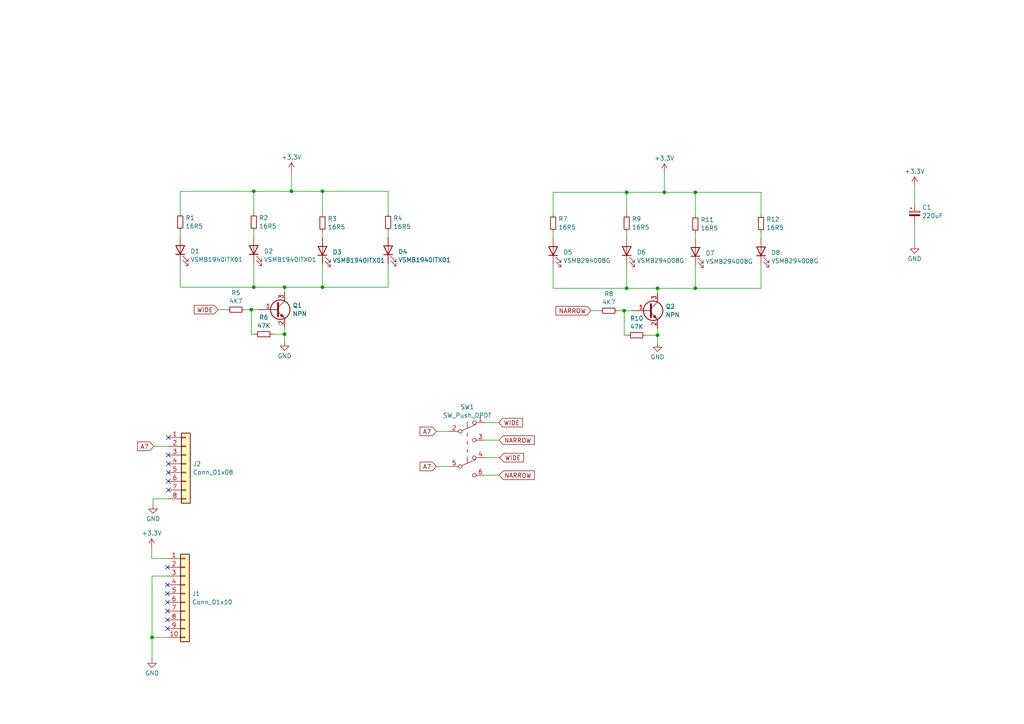
<source format=kicad_sch>
(kicad_sch (version 20230121) (generator eeschema)

  (uuid 7addba6e-6c55-4f26-8700-059f83eb7bf6)

  (paper "A4")

  (lib_symbols
    (symbol "Connector_Generic:Conn_01x08" (pin_names (offset 1.016) hide) (in_bom yes) (on_board yes)
      (property "Reference" "J" (at 0 10.16 0)
        (effects (font (size 1.27 1.27)))
      )
      (property "Value" "Conn_01x08" (at 0 -12.7 0)
        (effects (font (size 1.27 1.27)))
      )
      (property "Footprint" "" (at 0 0 0)
        (effects (font (size 1.27 1.27)) hide)
      )
      (property "Datasheet" "~" (at 0 0 0)
        (effects (font (size 1.27 1.27)) hide)
      )
      (property "ki_keywords" "connector" (at 0 0 0)
        (effects (font (size 1.27 1.27)) hide)
      )
      (property "ki_description" "Generic connector, single row, 01x08, script generated (kicad-library-utils/schlib/autogen/connector/)" (at 0 0 0)
        (effects (font (size 1.27 1.27)) hide)
      )
      (property "ki_fp_filters" "Connector*:*_1x??_*" (at 0 0 0)
        (effects (font (size 1.27 1.27)) hide)
      )
      (symbol "Conn_01x08_1_1"
        (rectangle (start -1.27 -10.033) (end 0 -10.287)
          (stroke (width 0.1524) (type default))
          (fill (type none))
        )
        (rectangle (start -1.27 -7.493) (end 0 -7.747)
          (stroke (width 0.1524) (type default))
          (fill (type none))
        )
        (rectangle (start -1.27 -4.953) (end 0 -5.207)
          (stroke (width 0.1524) (type default))
          (fill (type none))
        )
        (rectangle (start -1.27 -2.413) (end 0 -2.667)
          (stroke (width 0.1524) (type default))
          (fill (type none))
        )
        (rectangle (start -1.27 0.127) (end 0 -0.127)
          (stroke (width 0.1524) (type default))
          (fill (type none))
        )
        (rectangle (start -1.27 2.667) (end 0 2.413)
          (stroke (width 0.1524) (type default))
          (fill (type none))
        )
        (rectangle (start -1.27 5.207) (end 0 4.953)
          (stroke (width 0.1524) (type default))
          (fill (type none))
        )
        (rectangle (start -1.27 7.747) (end 0 7.493)
          (stroke (width 0.1524) (type default))
          (fill (type none))
        )
        (rectangle (start -1.27 8.89) (end 1.27 -11.43)
          (stroke (width 0.254) (type default))
          (fill (type background))
        )
        (pin passive line (at -5.08 7.62 0) (length 3.81)
          (name "Pin_1" (effects (font (size 1.27 1.27))))
          (number "1" (effects (font (size 1.27 1.27))))
        )
        (pin passive line (at -5.08 5.08 0) (length 3.81)
          (name "Pin_2" (effects (font (size 1.27 1.27))))
          (number "2" (effects (font (size 1.27 1.27))))
        )
        (pin passive line (at -5.08 2.54 0) (length 3.81)
          (name "Pin_3" (effects (font (size 1.27 1.27))))
          (number "3" (effects (font (size 1.27 1.27))))
        )
        (pin passive line (at -5.08 0 0) (length 3.81)
          (name "Pin_4" (effects (font (size 1.27 1.27))))
          (number "4" (effects (font (size 1.27 1.27))))
        )
        (pin passive line (at -5.08 -2.54 0) (length 3.81)
          (name "Pin_5" (effects (font (size 1.27 1.27))))
          (number "5" (effects (font (size 1.27 1.27))))
        )
        (pin passive line (at -5.08 -5.08 0) (length 3.81)
          (name "Pin_6" (effects (font (size 1.27 1.27))))
          (number "6" (effects (font (size 1.27 1.27))))
        )
        (pin passive line (at -5.08 -7.62 0) (length 3.81)
          (name "Pin_7" (effects (font (size 1.27 1.27))))
          (number "7" (effects (font (size 1.27 1.27))))
        )
        (pin passive line (at -5.08 -10.16 0) (length 3.81)
          (name "Pin_8" (effects (font (size 1.27 1.27))))
          (number "8" (effects (font (size 1.27 1.27))))
        )
      )
    )
    (symbol "Connector_Generic:Conn_01x10" (pin_names (offset 1.016) hide) (in_bom yes) (on_board yes)
      (property "Reference" "J" (at 0 12.7 0)
        (effects (font (size 1.27 1.27)))
      )
      (property "Value" "Conn_01x10" (at 0 -15.24 0)
        (effects (font (size 1.27 1.27)))
      )
      (property "Footprint" "" (at 0 0 0)
        (effects (font (size 1.27 1.27)) hide)
      )
      (property "Datasheet" "~" (at 0 0 0)
        (effects (font (size 1.27 1.27)) hide)
      )
      (property "ki_keywords" "connector" (at 0 0 0)
        (effects (font (size 1.27 1.27)) hide)
      )
      (property "ki_description" "Generic connector, single row, 01x10, script generated (kicad-library-utils/schlib/autogen/connector/)" (at 0 0 0)
        (effects (font (size 1.27 1.27)) hide)
      )
      (property "ki_fp_filters" "Connector*:*_1x??_*" (at 0 0 0)
        (effects (font (size 1.27 1.27)) hide)
      )
      (symbol "Conn_01x10_1_1"
        (rectangle (start -1.27 -12.573) (end 0 -12.827)
          (stroke (width 0.1524) (type default))
          (fill (type none))
        )
        (rectangle (start -1.27 -10.033) (end 0 -10.287)
          (stroke (width 0.1524) (type default))
          (fill (type none))
        )
        (rectangle (start -1.27 -7.493) (end 0 -7.747)
          (stroke (width 0.1524) (type default))
          (fill (type none))
        )
        (rectangle (start -1.27 -4.953) (end 0 -5.207)
          (stroke (width 0.1524) (type default))
          (fill (type none))
        )
        (rectangle (start -1.27 -2.413) (end 0 -2.667)
          (stroke (width 0.1524) (type default))
          (fill (type none))
        )
        (rectangle (start -1.27 0.127) (end 0 -0.127)
          (stroke (width 0.1524) (type default))
          (fill (type none))
        )
        (rectangle (start -1.27 2.667) (end 0 2.413)
          (stroke (width 0.1524) (type default))
          (fill (type none))
        )
        (rectangle (start -1.27 5.207) (end 0 4.953)
          (stroke (width 0.1524) (type default))
          (fill (type none))
        )
        (rectangle (start -1.27 7.747) (end 0 7.493)
          (stroke (width 0.1524) (type default))
          (fill (type none))
        )
        (rectangle (start -1.27 10.287) (end 0 10.033)
          (stroke (width 0.1524) (type default))
          (fill (type none))
        )
        (rectangle (start -1.27 11.43) (end 1.27 -13.97)
          (stroke (width 0.254) (type default))
          (fill (type background))
        )
        (pin passive line (at -5.08 10.16 0) (length 3.81)
          (name "Pin_1" (effects (font (size 1.27 1.27))))
          (number "1" (effects (font (size 1.27 1.27))))
        )
        (pin passive line (at -5.08 -12.7 0) (length 3.81)
          (name "Pin_10" (effects (font (size 1.27 1.27))))
          (number "10" (effects (font (size 1.27 1.27))))
        )
        (pin passive line (at -5.08 7.62 0) (length 3.81)
          (name "Pin_2" (effects (font (size 1.27 1.27))))
          (number "2" (effects (font (size 1.27 1.27))))
        )
        (pin passive line (at -5.08 5.08 0) (length 3.81)
          (name "Pin_3" (effects (font (size 1.27 1.27))))
          (number "3" (effects (font (size 1.27 1.27))))
        )
        (pin passive line (at -5.08 2.54 0) (length 3.81)
          (name "Pin_4" (effects (font (size 1.27 1.27))))
          (number "4" (effects (font (size 1.27 1.27))))
        )
        (pin passive line (at -5.08 0 0) (length 3.81)
          (name "Pin_5" (effects (font (size 1.27 1.27))))
          (number "5" (effects (font (size 1.27 1.27))))
        )
        (pin passive line (at -5.08 -2.54 0) (length 3.81)
          (name "Pin_6" (effects (font (size 1.27 1.27))))
          (number "6" (effects (font (size 1.27 1.27))))
        )
        (pin passive line (at -5.08 -5.08 0) (length 3.81)
          (name "Pin_7" (effects (font (size 1.27 1.27))))
          (number "7" (effects (font (size 1.27 1.27))))
        )
        (pin passive line (at -5.08 -7.62 0) (length 3.81)
          (name "Pin_8" (effects (font (size 1.27 1.27))))
          (number "8" (effects (font (size 1.27 1.27))))
        )
        (pin passive line (at -5.08 -10.16 0) (length 3.81)
          (name "Pin_9" (effects (font (size 1.27 1.27))))
          (number "9" (effects (font (size 1.27 1.27))))
        )
      )
    )
    (symbol "Device:C_Polarized_Small" (pin_numbers hide) (pin_names (offset 0.254) hide) (in_bom yes) (on_board yes)
      (property "Reference" "C" (at 0.254 1.778 0)
        (effects (font (size 1.27 1.27)) (justify left))
      )
      (property "Value" "C_Polarized_Small" (at 0.254 -2.032 0)
        (effects (font (size 1.27 1.27)) (justify left))
      )
      (property "Footprint" "" (at 0 0 0)
        (effects (font (size 1.27 1.27)) hide)
      )
      (property "Datasheet" "~" (at 0 0 0)
        (effects (font (size 1.27 1.27)) hide)
      )
      (property "ki_keywords" "cap capacitor" (at 0 0 0)
        (effects (font (size 1.27 1.27)) hide)
      )
      (property "ki_description" "Polarized capacitor, small symbol" (at 0 0 0)
        (effects (font (size 1.27 1.27)) hide)
      )
      (property "ki_fp_filters" "CP_*" (at 0 0 0)
        (effects (font (size 1.27 1.27)) hide)
      )
      (symbol "C_Polarized_Small_0_1"
        (rectangle (start -1.524 -0.3048) (end 1.524 -0.6858)
          (stroke (width 0) (type default))
          (fill (type outline))
        )
        (rectangle (start -1.524 0.6858) (end 1.524 0.3048)
          (stroke (width 0) (type default))
          (fill (type none))
        )
        (polyline
          (pts
            (xy -1.27 1.524)
            (xy -0.762 1.524)
          )
          (stroke (width 0) (type default))
          (fill (type none))
        )
        (polyline
          (pts
            (xy -1.016 1.27)
            (xy -1.016 1.778)
          )
          (stroke (width 0) (type default))
          (fill (type none))
        )
      )
      (symbol "C_Polarized_Small_1_1"
        (pin passive line (at 0 2.54 270) (length 1.8542)
          (name "~" (effects (font (size 1.27 1.27))))
          (number "1" (effects (font (size 1.27 1.27))))
        )
        (pin passive line (at 0 -2.54 90) (length 1.8542)
          (name "~" (effects (font (size 1.27 1.27))))
          (number "2" (effects (font (size 1.27 1.27))))
        )
      )
    )
    (symbol "Device:LED" (pin_numbers hide) (pin_names (offset 1.016) hide) (in_bom yes) (on_board yes)
      (property "Reference" "D" (at 0 2.54 0)
        (effects (font (size 1.27 1.27)))
      )
      (property "Value" "LED" (at 0 -2.54 0)
        (effects (font (size 1.27 1.27)))
      )
      (property "Footprint" "" (at 0 0 0)
        (effects (font (size 1.27 1.27)) hide)
      )
      (property "Datasheet" "~" (at 0 0 0)
        (effects (font (size 1.27 1.27)) hide)
      )
      (property "ki_keywords" "LED diode" (at 0 0 0)
        (effects (font (size 1.27 1.27)) hide)
      )
      (property "ki_description" "Light emitting diode" (at 0 0 0)
        (effects (font (size 1.27 1.27)) hide)
      )
      (property "ki_fp_filters" "LED* LED_SMD:* LED_THT:*" (at 0 0 0)
        (effects (font (size 1.27 1.27)) hide)
      )
      (symbol "LED_0_1"
        (polyline
          (pts
            (xy -1.27 -1.27)
            (xy -1.27 1.27)
          )
          (stroke (width 0.254) (type default))
          (fill (type none))
        )
        (polyline
          (pts
            (xy -1.27 0)
            (xy 1.27 0)
          )
          (stroke (width 0) (type default))
          (fill (type none))
        )
        (polyline
          (pts
            (xy 1.27 -1.27)
            (xy 1.27 1.27)
            (xy -1.27 0)
            (xy 1.27 -1.27)
          )
          (stroke (width 0.254) (type default))
          (fill (type none))
        )
        (polyline
          (pts
            (xy -3.048 -0.762)
            (xy -4.572 -2.286)
            (xy -3.81 -2.286)
            (xy -4.572 -2.286)
            (xy -4.572 -1.524)
          )
          (stroke (width 0) (type default))
          (fill (type none))
        )
        (polyline
          (pts
            (xy -1.778 -0.762)
            (xy -3.302 -2.286)
            (xy -2.54 -2.286)
            (xy -3.302 -2.286)
            (xy -3.302 -1.524)
          )
          (stroke (width 0) (type default))
          (fill (type none))
        )
      )
      (symbol "LED_1_1"
        (pin passive line (at -3.81 0 0) (length 2.54)
          (name "K" (effects (font (size 1.27 1.27))))
          (number "1" (effects (font (size 1.27 1.27))))
        )
        (pin passive line (at 3.81 0 180) (length 2.54)
          (name "A" (effects (font (size 1.27 1.27))))
          (number "2" (effects (font (size 1.27 1.27))))
        )
      )
    )
    (symbol "Device:Q_NPN_BEC" (pin_names (offset 0) hide) (in_bom yes) (on_board yes)
      (property "Reference" "Q" (at 5.08 1.27 0)
        (effects (font (size 1.27 1.27)) (justify left))
      )
      (property "Value" "Q_NPN_BEC" (at 5.08 -1.27 0)
        (effects (font (size 1.27 1.27)) (justify left))
      )
      (property "Footprint" "" (at 5.08 2.54 0)
        (effects (font (size 1.27 1.27)) hide)
      )
      (property "Datasheet" "~" (at 0 0 0)
        (effects (font (size 1.27 1.27)) hide)
      )
      (property "ki_keywords" "transistor NPN" (at 0 0 0)
        (effects (font (size 1.27 1.27)) hide)
      )
      (property "ki_description" "NPN transistor, base/emitter/collector" (at 0 0 0)
        (effects (font (size 1.27 1.27)) hide)
      )
      (symbol "Q_NPN_BEC_0_1"
        (polyline
          (pts
            (xy 0.635 0.635)
            (xy 2.54 2.54)
          )
          (stroke (width 0) (type default))
          (fill (type none))
        )
        (polyline
          (pts
            (xy 0.635 -0.635)
            (xy 2.54 -2.54)
            (xy 2.54 -2.54)
          )
          (stroke (width 0) (type default))
          (fill (type none))
        )
        (polyline
          (pts
            (xy 0.635 1.905)
            (xy 0.635 -1.905)
            (xy 0.635 -1.905)
          )
          (stroke (width 0.508) (type default))
          (fill (type none))
        )
        (polyline
          (pts
            (xy 1.27 -1.778)
            (xy 1.778 -1.27)
            (xy 2.286 -2.286)
            (xy 1.27 -1.778)
            (xy 1.27 -1.778)
          )
          (stroke (width 0) (type default))
          (fill (type outline))
        )
        (circle (center 1.27 0) (radius 2.8194)
          (stroke (width 0.254) (type default))
          (fill (type none))
        )
      )
      (symbol "Q_NPN_BEC_1_1"
        (pin input line (at -5.08 0 0) (length 5.715)
          (name "B" (effects (font (size 1.27 1.27))))
          (number "1" (effects (font (size 1.27 1.27))))
        )
        (pin passive line (at 2.54 -5.08 90) (length 2.54)
          (name "E" (effects (font (size 1.27 1.27))))
          (number "2" (effects (font (size 1.27 1.27))))
        )
        (pin passive line (at 2.54 5.08 270) (length 2.54)
          (name "C" (effects (font (size 1.27 1.27))))
          (number "3" (effects (font (size 1.27 1.27))))
        )
      )
    )
    (symbol "Device:R_Small" (pin_numbers hide) (pin_names (offset 0.254) hide) (in_bom yes) (on_board yes)
      (property "Reference" "R" (at 0.762 0.508 0)
        (effects (font (size 1.27 1.27)) (justify left))
      )
      (property "Value" "R_Small" (at 0.762 -1.016 0)
        (effects (font (size 1.27 1.27)) (justify left))
      )
      (property "Footprint" "" (at 0 0 0)
        (effects (font (size 1.27 1.27)) hide)
      )
      (property "Datasheet" "~" (at 0 0 0)
        (effects (font (size 1.27 1.27)) hide)
      )
      (property "ki_keywords" "R resistor" (at 0 0 0)
        (effects (font (size 1.27 1.27)) hide)
      )
      (property "ki_description" "Resistor, small symbol" (at 0 0 0)
        (effects (font (size 1.27 1.27)) hide)
      )
      (property "ki_fp_filters" "R_*" (at 0 0 0)
        (effects (font (size 1.27 1.27)) hide)
      )
      (symbol "R_Small_0_1"
        (rectangle (start -0.762 1.778) (end 0.762 -1.778)
          (stroke (width 0.2032) (type default))
          (fill (type none))
        )
      )
      (symbol "R_Small_1_1"
        (pin passive line (at 0 2.54 270) (length 0.762)
          (name "~" (effects (font (size 1.27 1.27))))
          (number "1" (effects (font (size 1.27 1.27))))
        )
        (pin passive line (at 0 -2.54 90) (length 0.762)
          (name "~" (effects (font (size 1.27 1.27))))
          (number "2" (effects (font (size 1.27 1.27))))
        )
      )
    )
    (symbol "Switch:SW_Push_DPDT" (pin_names (offset 0) hide) (in_bom yes) (on_board yes)
      (property "Reference" "SW" (at 0 8.89 0)
        (effects (font (size 1.27 1.27)))
      )
      (property "Value" "SW_Push_DPDT" (at 0 -10.16 0)
        (effects (font (size 1.27 1.27)))
      )
      (property "Footprint" "" (at 0 5.08 0)
        (effects (font (size 1.27 1.27)) hide)
      )
      (property "Datasheet" "~" (at 0 5.08 0)
        (effects (font (size 1.27 1.27)) hide)
      )
      (property "ki_keywords" "switch dual-pole double-throw spdt ON-ON" (at 0 0 0)
        (effects (font (size 1.27 1.27)) hide)
      )
      (property "ki_description" "Momentary Switch, dual pole double throw" (at 0 0 0)
        (effects (font (size 1.27 1.27)) hide)
      )
      (symbol "SW_Push_DPDT_0_0"
        (circle (center -2.032 -5.08) (radius 0.508)
          (stroke (width 0) (type default))
          (fill (type none))
        )
        (circle (center -2.032 5.08) (radius 0.508)
          (stroke (width 0) (type default))
          (fill (type none))
        )
        (circle (center 2.032 -7.62) (radius 0.508)
          (stroke (width 0) (type default))
          (fill (type none))
        )
        (circle (center 2.032 2.54) (radius 0.508)
          (stroke (width 0) (type default))
          (fill (type none))
        )
      )
      (symbol "SW_Push_DPDT_0_1"
        (polyline
          (pts
            (xy -1.524 -4.826)
            (xy 2.54 -3.048)
          )
          (stroke (width 0) (type default))
          (fill (type none))
        )
        (polyline
          (pts
            (xy -1.524 5.334)
            (xy 2.54 7.112)
          )
          (stroke (width 0) (type default))
          (fill (type none))
        )
        (polyline
          (pts
            (xy 0 -2.286)
            (xy 0 -4.064)
          )
          (stroke (width 0) (type default))
          (fill (type none))
        )
        (polyline
          (pts
            (xy 0 -1.016)
            (xy 0 0)
          )
          (stroke (width 0) (type default))
          (fill (type none))
        )
        (polyline
          (pts
            (xy 0 1.27)
            (xy 0 2.286)
          )
          (stroke (width 0) (type default))
          (fill (type none))
        )
        (polyline
          (pts
            (xy 0 3.556)
            (xy 0 4.572)
          )
          (stroke (width 0) (type default))
          (fill (type none))
        )
        (polyline
          (pts
            (xy 0 7.874)
            (xy 0 6.096)
          )
          (stroke (width 0) (type default))
          (fill (type none))
        )
        (circle (center 2.032 -2.54) (radius 0.508)
          (stroke (width 0) (type default))
          (fill (type none))
        )
        (circle (center 2.032 7.62) (radius 0.508)
          (stroke (width 0) (type default))
          (fill (type none))
        )
      )
      (symbol "SW_Push_DPDT_1_1"
        (pin passive line (at 5.08 7.62 180) (length 2.54)
          (name "A" (effects (font (size 1.27 1.27))))
          (number "1" (effects (font (size 1.27 1.27))))
        )
        (pin passive line (at -5.08 5.08 0) (length 2.54)
          (name "B" (effects (font (size 1.27 1.27))))
          (number "2" (effects (font (size 1.27 1.27))))
        )
        (pin passive line (at 5.08 2.54 180) (length 2.54)
          (name "C" (effects (font (size 1.27 1.27))))
          (number "3" (effects (font (size 1.27 1.27))))
        )
        (pin passive line (at 5.08 -2.54 180) (length 2.54)
          (name "A" (effects (font (size 1.27 1.27))))
          (number "4" (effects (font (size 1.27 1.27))))
        )
        (pin passive line (at -5.08 -5.08 0) (length 2.54)
          (name "B" (effects (font (size 1.27 1.27))))
          (number "5" (effects (font (size 1.27 1.27))))
        )
        (pin passive line (at 5.08 -7.62 180) (length 2.54)
          (name "C" (effects (font (size 1.27 1.27))))
          (number "6" (effects (font (size 1.27 1.27))))
        )
      )
    )
    (symbol "power:+3.3V" (power) (pin_names (offset 0)) (in_bom yes) (on_board yes)
      (property "Reference" "#PWR" (at 0 -3.81 0)
        (effects (font (size 1.27 1.27)) hide)
      )
      (property "Value" "+3.3V" (at 0 3.556 0)
        (effects (font (size 1.27 1.27)))
      )
      (property "Footprint" "" (at 0 0 0)
        (effects (font (size 1.27 1.27)) hide)
      )
      (property "Datasheet" "" (at 0 0 0)
        (effects (font (size 1.27 1.27)) hide)
      )
      (property "ki_keywords" "global power" (at 0 0 0)
        (effects (font (size 1.27 1.27)) hide)
      )
      (property "ki_description" "Power symbol creates a global label with name \"+3.3V\"" (at 0 0 0)
        (effects (font (size 1.27 1.27)) hide)
      )
      (symbol "+3.3V_0_1"
        (polyline
          (pts
            (xy -0.762 1.27)
            (xy 0 2.54)
          )
          (stroke (width 0) (type default))
          (fill (type none))
        )
        (polyline
          (pts
            (xy 0 0)
            (xy 0 2.54)
          )
          (stroke (width 0) (type default))
          (fill (type none))
        )
        (polyline
          (pts
            (xy 0 2.54)
            (xy 0.762 1.27)
          )
          (stroke (width 0) (type default))
          (fill (type none))
        )
      )
      (symbol "+3.3V_1_1"
        (pin power_in line (at 0 0 90) (length 0) hide
          (name "+3.3V" (effects (font (size 1.27 1.27))))
          (number "1" (effects (font (size 1.27 1.27))))
        )
      )
    )
    (symbol "power:GND" (power) (pin_names (offset 0)) (in_bom yes) (on_board yes)
      (property "Reference" "#PWR" (at 0 -6.35 0)
        (effects (font (size 1.27 1.27)) hide)
      )
      (property "Value" "GND" (at 0 -3.81 0)
        (effects (font (size 1.27 1.27)))
      )
      (property "Footprint" "" (at 0 0 0)
        (effects (font (size 1.27 1.27)) hide)
      )
      (property "Datasheet" "" (at 0 0 0)
        (effects (font (size 1.27 1.27)) hide)
      )
      (property "ki_keywords" "global power" (at 0 0 0)
        (effects (font (size 1.27 1.27)) hide)
      )
      (property "ki_description" "Power symbol creates a global label with name \"GND\" , ground" (at 0 0 0)
        (effects (font (size 1.27 1.27)) hide)
      )
      (symbol "GND_0_1"
        (polyline
          (pts
            (xy 0 0)
            (xy 0 -1.27)
            (xy 1.27 -1.27)
            (xy 0 -2.54)
            (xy -1.27 -1.27)
            (xy 0 -1.27)
          )
          (stroke (width 0) (type default))
          (fill (type none))
        )
      )
      (symbol "GND_1_1"
        (pin power_in line (at 0 0 270) (length 0) hide
          (name "GND" (effects (font (size 1.27 1.27))))
          (number "1" (effects (font (size 1.27 1.27))))
        )
      )
    )
  )

  (junction (at 73.6092 83.312) (diameter 0) (color 0 0 0 0)
    (uuid 131ce181-6abe-4757-bb44-bd4850d29cff)
  )
  (junction (at 192.6844 55.7784) (diameter 0) (color 0 0 0 0)
    (uuid 16688053-5742-45a0-9869-076f46472252)
  )
  (junction (at 93.5228 83.312) (diameter 0) (color 0 0 0 0)
    (uuid 4096f0ae-5f7e-429a-83cc-ecc7febd2fc7)
  )
  (junction (at 201.676 55.7784) (diameter 0) (color 0 0 0 0)
    (uuid 66447296-9670-4d14-a2b7-ab93d4c3b9dd)
  )
  (junction (at 73.6092 55.4736) (diameter 0) (color 0 0 0 0)
    (uuid 81c27148-e5b3-4ec2-8c3a-39be4528f1a3)
  )
  (junction (at 181.7624 83.6168) (diameter 0) (color 0 0 0 0)
    (uuid 84c4b62f-2df8-44f5-92d6-c99d87a81628)
  )
  (junction (at 82.55 83.312) (diameter 0) (color 0 0 0 0)
    (uuid 91fa3a0c-2e25-4550-a9f3-47c83da1d800)
  )
  (junction (at 190.7032 83.6168) (diameter 0) (color 0 0 0 0)
    (uuid 9e997398-4ba7-4460-909a-d9fe60c621e0)
  )
  (junction (at 44.0944 184.8612) (diameter 0) (color 0 0 0 0)
    (uuid a02f6dbf-b87f-4488-ad0f-f081af3c67fb)
  )
  (junction (at 93.5228 55.4736) (diameter 0) (color 0 0 0 0)
    (uuid a8a9f7b6-faf3-4566-87b1-8c412a682475)
  )
  (junction (at 201.676 83.6168) (diameter 0) (color 0 0 0 0)
    (uuid ad8c420f-df1b-42a7-8173-ddfac1168b78)
  )
  (junction (at 181.0512 90.1192) (diameter 0) (color 0 0 0 0)
    (uuid bbcd5220-6a02-41dc-98ec-00deaa7e64a5)
  )
  (junction (at 181.7624 55.7784) (diameter 0) (color 0 0 0 0)
    (uuid bdce2b94-d01f-4619-b650-b66ca7f47df5)
  )
  (junction (at 190.7032 97.2312) (diameter 0) (color 0 0 0 0)
    (uuid d52f9d40-6e80-47c1-aa04-4a8147317174)
  )
  (junction (at 72.898 89.8144) (diameter 0) (color 0 0 0 0)
    (uuid eb607df3-47ee-4883-a774-8dc26a1b369c)
  )
  (junction (at 84.5312 55.4736) (diameter 0) (color 0 0 0 0)
    (uuid f0964fd6-5436-4f6a-8e4c-7cf877c164b6)
  )
  (junction (at 82.55 96.9264) (diameter 0) (color 0 0 0 0)
    (uuid f364863d-82df-401f-8dd4-ec06ae85aca0)
  )

  (no_connect (at 48.5648 169.6212) (uuid 07646a68-e968-47c0-bbd4-8c124b71c6f4))
  (no_connect (at 48.8188 139.5984) (uuid 3e4b374a-cc82-4885-8252-0d18ee48d295))
  (no_connect (at 48.5648 177.2412) (uuid 4355d3ee-7756-412a-a573-1cae7b48c0df))
  (no_connect (at 48.8188 126.8984) (uuid 4707d384-7e32-4878-af1d-0079269fadae))
  (no_connect (at 48.5648 164.5412) (uuid 79951da1-1417-401b-872e-0578912b675f))
  (no_connect (at 48.8188 137.0584) (uuid 97fba688-65fc-4472-90f2-2c06fd9877e5))
  (no_connect (at 48.5648 179.7812) (uuid a6316284-b9ca-4fef-bd14-a5f125a7e4fe))
  (no_connect (at 48.5648 182.3212) (uuid acd6a460-9cca-4733-8a7f-1fb3434ac6d8))
  (no_connect (at 48.5648 172.1612) (uuid cd71b5ff-8b3f-47ac-8783-d6bb3a2444b2))
  (no_connect (at 48.8188 134.5184) (uuid cf6bf4f8-7592-4c1c-8050-bf54e3b33b26))
  (no_connect (at 48.5648 174.7012) (uuid dc312adb-e11a-4811-8754-04939509e4e5))
  (no_connect (at 48.8188 131.9784) (uuid e8ff333a-a0ca-418d-9e29-7a50f5543639))
  (no_connect (at 48.8188 142.1384) (uuid ef24ca7a-5ef3-48da-ab03-d3040cc2e728))

  (wire (pts (xy 93.5228 83.312) (xy 112.5728 83.312))
    (stroke (width 0) (type default))
    (uuid 01984cdd-62d0-4745-a25b-1f15aa909821)
  )
  (wire (pts (xy 201.676 55.7784) (xy 220.726 55.7784))
    (stroke (width 0) (type default))
    (uuid 01aa4371-2a47-413d-937a-a4ab5a00c22b)
  )
  (wire (pts (xy 160.4264 67.2592) (xy 160.4264 68.9864))
    (stroke (width 0) (type default))
    (uuid 037ff760-e071-4c31-8492-a052ee005b41)
  )
  (wire (pts (xy 181.7624 55.7784) (xy 192.6844 55.7784))
    (stroke (width 0) (type default))
    (uuid 05876ee7-c07c-4220-8ca9-f662e8a42975)
  )
  (wire (pts (xy 190.7032 95.1992) (xy 190.7032 97.2312))
    (stroke (width 0) (type default))
    (uuid 07dc3284-03fc-40fd-922b-1243c833739f)
  )
  (wire (pts (xy 82.55 83.312) (xy 93.5228 83.312))
    (stroke (width 0) (type default))
    (uuid 0fce1ca2-4b64-463d-b7ec-5c4881fdd04c)
  )
  (wire (pts (xy 44.0944 184.8612) (xy 48.5648 184.8612))
    (stroke (width 0) (type default))
    (uuid 138bfa3c-e9af-4e09-a643-0ed9d799492a)
  )
  (wire (pts (xy 112.5728 55.4736) (xy 112.5728 61.976))
    (stroke (width 0) (type default))
    (uuid 16725fd2-ccd1-4499-b19b-050c9d375c84)
  )
  (wire (pts (xy 73.9648 96.9264) (xy 72.898 96.9264))
    (stroke (width 0) (type default))
    (uuid 1bd7ccc1-053d-4363-b8fe-533493eee08f)
  )
  (wire (pts (xy 179.1208 90.1192) (xy 181.0512 90.1192))
    (stroke (width 0) (type default))
    (uuid 1d035ea0-e84b-432f-8fc2-bc50bfee6c25)
  )
  (wire (pts (xy 52.2732 55.4736) (xy 73.6092 55.4736))
    (stroke (width 0) (type default))
    (uuid 200d3edf-7548-444d-81f6-c57319e60650)
  )
  (wire (pts (xy 171.3992 90.1192) (xy 174.0408 90.1192))
    (stroke (width 0) (type default))
    (uuid 20cac38d-bd29-40b7-be2d-e3134717cb32)
  )
  (wire (pts (xy 82.55 96.9264) (xy 82.55 99.1108))
    (stroke (width 0) (type default))
    (uuid 29854a8d-f915-4b1d-a841-936edfd5d51b)
  )
  (wire (pts (xy 73.6092 83.312) (xy 82.55 83.312))
    (stroke (width 0) (type default))
    (uuid 2b0a31ee-03ab-42b8-a9b4-522c6c2e4b97)
  )
  (wire (pts (xy 160.4264 55.7784) (xy 181.7624 55.7784))
    (stroke (width 0) (type default))
    (uuid 2d937fd1-1941-4485-a006-9fb1140f7a3e)
  )
  (wire (pts (xy 48.5648 162.0012) (xy 43.9928 162.0012))
    (stroke (width 0) (type default))
    (uuid 2e1a16f2-b990-43b2-8e2d-71629e240043)
  )
  (wire (pts (xy 63.246 89.8144) (xy 65.8876 89.8144))
    (stroke (width 0) (type default))
    (uuid 300d0a50-c197-44ec-8beb-fc9cbc260d7f)
  )
  (wire (pts (xy 126.5428 135.2804) (xy 130.4544 135.2804))
    (stroke (width 0) (type default))
    (uuid 376b6946-77bc-4d25-a405-37dbfbd903c3)
  )
  (wire (pts (xy 181.7624 76.6064) (xy 181.7624 83.6168))
    (stroke (width 0) (type default))
    (uuid 38ad5c3c-07c1-44ff-83a2-987457cf97e8)
  )
  (wire (pts (xy 220.726 55.7784) (xy 220.726 62.2808))
    (stroke (width 0) (type default))
    (uuid 3987ee04-cbe7-4a60-9298-f70872029da2)
  )
  (wire (pts (xy 140.6144 122.5804) (xy 144.6784 122.5804))
    (stroke (width 0) (type default))
    (uuid 3c6115fe-b051-4f22-a28b-913322360719)
  )
  (wire (pts (xy 93.5228 67.2084) (xy 93.5228 68.9356))
    (stroke (width 0) (type default))
    (uuid 3e51db65-4bd7-4bac-a93c-c71203d33dae)
  )
  (wire (pts (xy 182.118 97.2312) (xy 181.0512 97.2312))
    (stroke (width 0) (type default))
    (uuid 41d5aa93-6207-4ae3-a0c4-db28d9f5b858)
  )
  (wire (pts (xy 181.7624 55.7784) (xy 181.7624 62.1792))
    (stroke (width 0) (type default))
    (uuid 4ba8e6b0-c575-4cfd-9344-019b71535aab)
  )
  (wire (pts (xy 140.6144 137.8204) (xy 144.8308 137.8204))
    (stroke (width 0) (type default))
    (uuid 4e678d64-4ef1-470c-ae5b-cc8b7dadd240)
  )
  (wire (pts (xy 79.0448 96.9264) (xy 82.55 96.9264))
    (stroke (width 0) (type default))
    (uuid 508bffeb-f368-4fb4-a619-8d28baa15aa3)
  )
  (wire (pts (xy 201.676 76.8604) (xy 201.676 83.6168))
    (stroke (width 0) (type default))
    (uuid 52d870f1-7c5c-4632-8548-8d4c045e72cd)
  )
  (wire (pts (xy 72.898 96.9264) (xy 72.898 89.8144))
    (stroke (width 0) (type default))
    (uuid 561876b1-74d9-4464-9283-859ef8b3794b)
  )
  (wire (pts (xy 160.4264 62.1792) (xy 160.4264 55.7784))
    (stroke (width 0) (type default))
    (uuid 5ab821e2-b921-4d68-903b-402471de2c61)
  )
  (wire (pts (xy 220.726 83.6168) (xy 220.726 76.708))
    (stroke (width 0) (type default))
    (uuid 621e9ad8-cb74-438f-8fcc-2c5c8d355f49)
  )
  (wire (pts (xy 190.7032 83.6168) (xy 201.676 83.6168))
    (stroke (width 0) (type default))
    (uuid 62a78fe9-c5cc-4590-ab25-805453705232)
  )
  (wire (pts (xy 140.6144 127.6604) (xy 144.78 127.6604))
    (stroke (width 0) (type default))
    (uuid 63a51325-f328-4c3e-a407-9a0669bae2ab)
  )
  (wire (pts (xy 140.6144 132.7404) (xy 144.9832 132.7404))
    (stroke (width 0) (type default))
    (uuid 644b2abc-f388-4169-8869-e51d98b53e62)
  )
  (wire (pts (xy 112.5728 67.056) (xy 112.5728 68.7832))
    (stroke (width 0) (type default))
    (uuid 64a4c97e-833d-4840-886a-41c0232f3877)
  )
  (wire (pts (xy 84.5312 55.4736) (xy 93.5228 55.4736))
    (stroke (width 0) (type default))
    (uuid 68fb3405-5bac-4460-810f-fa9a408efcf2)
  )
  (wire (pts (xy 73.6092 55.4736) (xy 84.5312 55.4736))
    (stroke (width 0) (type default))
    (uuid 6a57a9ee-9cf5-4bc4-ac51-613f05dde168)
  )
  (wire (pts (xy 93.5228 76.5556) (xy 93.5228 83.312))
    (stroke (width 0) (type default))
    (uuid 6af71c11-d048-49ea-b46f-f5111f93f70b)
  )
  (wire (pts (xy 52.2732 76.3016) (xy 52.2732 83.312))
    (stroke (width 0) (type default))
    (uuid 6b6ddcb0-997b-4877-8af2-b7b8a01ab35b)
  )
  (wire (pts (xy 192.6844 55.7784) (xy 201.676 55.7784))
    (stroke (width 0) (type default))
    (uuid 71951a23-2285-4c78-81b3-104abd242a8e)
  )
  (wire (pts (xy 265.2776 53.848) (xy 265.2776 59.3852))
    (stroke (width 0) (type default))
    (uuid 75724ca9-768a-4d82-af58-b801ec837f01)
  )
  (wire (pts (xy 70.9676 89.8144) (xy 72.898 89.8144))
    (stroke (width 0) (type default))
    (uuid 77e68456-4538-4f58-8770-b5ce4a8a320a)
  )
  (wire (pts (xy 160.4264 76.6064) (xy 160.4264 83.6168))
    (stroke (width 0) (type default))
    (uuid 81b781bd-2651-427f-8cd5-a2818d41d0bf)
  )
  (wire (pts (xy 190.7032 97.2312) (xy 190.7032 99.4156))
    (stroke (width 0) (type default))
    (uuid 8bd2b807-2f64-4b15-94e7-4a114b72f658)
  )
  (wire (pts (xy 181.0512 97.2312) (xy 181.0512 90.1192))
    (stroke (width 0) (type default))
    (uuid 92a60eab-6187-4bed-80e1-92d53a053a82)
  )
  (wire (pts (xy 44.6024 129.4384) (xy 48.8188 129.4384))
    (stroke (width 0) (type default))
    (uuid 93640fbd-fbce-4425-a0fc-c518166cbc73)
  )
  (wire (pts (xy 112.5728 83.312) (xy 112.5728 76.4032))
    (stroke (width 0) (type default))
    (uuid 9d842d51-dd2d-4565-b49c-0b594d4983f9)
  )
  (wire (pts (xy 73.6092 66.9544) (xy 73.6092 68.6816))
    (stroke (width 0) (type default))
    (uuid 9f5d60ca-b334-4d2b-ae7c-5bea3ffae5e6)
  )
  (wire (pts (xy 48.5648 167.0812) (xy 44.0944 167.0812))
    (stroke (width 0) (type default))
    (uuid 9fd098c9-dd1b-4f98-ba7c-1752b2fe714e)
  )
  (wire (pts (xy 73.6092 76.3016) (xy 73.6092 83.312))
    (stroke (width 0) (type default))
    (uuid a6499f08-7ac9-4b46-8543-66c3eb337dd3)
  )
  (wire (pts (xy 82.55 83.312) (xy 82.55 84.7344))
    (stroke (width 0) (type default))
    (uuid a697a193-3fea-4e61-9efb-f34fc0099aa3)
  )
  (wire (pts (xy 126.5428 125.1204) (xy 130.4544 125.1204))
    (stroke (width 0) (type default))
    (uuid a69c5685-2019-4b24-9aca-3137fd749df8)
  )
  (wire (pts (xy 192.6844 50.038) (xy 192.6844 55.7784))
    (stroke (width 0) (type default))
    (uuid aa10f6d6-8b92-4840-ab87-9d4402055a8c)
  )
  (wire (pts (xy 44.0944 184.8612) (xy 44.0944 191.1096))
    (stroke (width 0) (type default))
    (uuid b1fd04ad-ac3c-4c1f-9e3d-c986ce2f69eb)
  )
  (wire (pts (xy 201.676 55.7784) (xy 201.676 62.4332))
    (stroke (width 0) (type default))
    (uuid b21c9798-55b1-4171-ba0f-c842ac42cd15)
  )
  (wire (pts (xy 181.7624 83.6168) (xy 190.7032 83.6168))
    (stroke (width 0) (type default))
    (uuid b8dd4609-6e3d-46e5-b976-186893acdd9f)
  )
  (wire (pts (xy 72.898 89.8144) (xy 74.93 89.8144))
    (stroke (width 0) (type default))
    (uuid c4a31b79-1291-4d9d-aaf5-06b743d6d3b7)
  )
  (wire (pts (xy 201.676 83.6168) (xy 220.726 83.6168))
    (stroke (width 0) (type default))
    (uuid c955193e-5add-4b71-9b03-dca561036c5f)
  )
  (wire (pts (xy 44.0944 167.0812) (xy 44.0944 184.8612))
    (stroke (width 0) (type default))
    (uuid c98c1cda-39ac-4b83-af42-13fc3ce685a0)
  )
  (wire (pts (xy 52.2732 83.312) (xy 73.6092 83.312))
    (stroke (width 0) (type default))
    (uuid ca39d61a-8ac3-46e8-915f-a20093010838)
  )
  (wire (pts (xy 181.0512 90.1192) (xy 183.0832 90.1192))
    (stroke (width 0) (type default))
    (uuid ca501ce4-2d43-49c1-bc87-ed642d8ccb09)
  )
  (wire (pts (xy 44.3992 144.6784) (xy 44.3992 146.3548))
    (stroke (width 0) (type default))
    (uuid cc810a9a-64c1-42b2-aa85-055d074ccac9)
  )
  (wire (pts (xy 82.55 94.8944) (xy 82.55 96.9264))
    (stroke (width 0) (type default))
    (uuid ccfa8cab-9646-4d82-bd04-171c80298b05)
  )
  (wire (pts (xy 187.198 97.2312) (xy 190.7032 97.2312))
    (stroke (width 0) (type default))
    (uuid cd514178-bdd9-46e3-bc95-52110151cb9e)
  )
  (wire (pts (xy 84.5312 49.7332) (xy 84.5312 55.4736))
    (stroke (width 0) (type default))
    (uuid d29c2773-0a46-45a9-83d0-2013a803198a)
  )
  (wire (pts (xy 265.2776 64.4652) (xy 265.2776 70.9168))
    (stroke (width 0) (type default))
    (uuid d4cb1e5d-2225-4c86-86dd-8c6161239dbf)
  )
  (wire (pts (xy 220.726 67.3608) (xy 220.726 69.088))
    (stroke (width 0) (type default))
    (uuid d78db546-fe8e-47b6-9df0-a2e61dbdb38f)
  )
  (wire (pts (xy 73.6092 55.4736) (xy 73.6092 61.8744))
    (stroke (width 0) (type default))
    (uuid d7fad613-0878-42ff-8dd7-c038f29fce29)
  )
  (wire (pts (xy 181.7624 67.2592) (xy 181.7624 68.9864))
    (stroke (width 0) (type default))
    (uuid d886e729-33a5-4c9d-8443-c9f2091b969b)
  )
  (wire (pts (xy 52.2732 61.8744) (xy 52.2732 55.4736))
    (stroke (width 0) (type default))
    (uuid db5f9f10-1d46-4214-bb3b-e5bb9ad7da2b)
  )
  (wire (pts (xy 48.8188 144.6784) (xy 44.3992 144.6784))
    (stroke (width 0) (type default))
    (uuid dbb4e1db-3b12-4aa2-9d42-83271e63140d)
  )
  (wire (pts (xy 43.9928 162.0012) (xy 43.9928 158.8008))
    (stroke (width 0) (type default))
    (uuid dd7fe198-f3c3-4d65-bbae-6bc0b520b9d0)
  )
  (wire (pts (xy 160.4264 83.6168) (xy 181.7624 83.6168))
    (stroke (width 0) (type default))
    (uuid e8277c7c-a1b3-454f-9034-92149a6350cd)
  )
  (wire (pts (xy 201.676 67.5132) (xy 201.676 69.2404))
    (stroke (width 0) (type default))
    (uuid e9c2881c-a4d8-49da-9f13-015a317722b2)
  )
  (wire (pts (xy 93.5228 55.4736) (xy 112.5728 55.4736))
    (stroke (width 0) (type default))
    (uuid ee5fca11-61f8-44d6-b295-49fd842431d1)
  )
  (wire (pts (xy 190.7032 83.6168) (xy 190.7032 85.0392))
    (stroke (width 0) (type default))
    (uuid ef0becf2-e70d-46a2-8a19-200d7b26e037)
  )
  (wire (pts (xy 52.2732 66.9544) (xy 52.2732 68.6816))
    (stroke (width 0) (type default))
    (uuid f7b23f4e-f089-4938-af09-07069818e8a8)
  )
  (wire (pts (xy 93.5228 55.4736) (xy 93.5228 62.1284))
    (stroke (width 0) (type default))
    (uuid f9e41a54-ed2a-4971-b102-61a1942bab79)
  )

  (global_label "NARROW" (shape input) (at 144.8308 137.8204 0) (fields_autoplaced)
    (effects (font (size 1.27 1.27)) (justify left))
    (uuid 0122bc4a-1ecc-4a70-a4c9-c345d21b442e)
    (property "Intersheetrefs" "${INTERSHEET_REFS}" (at 155.557 137.8204 0)
      (effects (font (size 1.27 1.27)) (justify left) hide)
    )
  )
  (global_label "NARROW" (shape input) (at 144.78 127.6604 0) (fields_autoplaced)
    (effects (font (size 1.27 1.27)) (justify left))
    (uuid 1e740c62-8077-4a4a-8598-9937978dcfa6)
    (property "Intersheetrefs" "${INTERSHEET_REFS}" (at 155.5062 127.6604 0)
      (effects (font (size 1.27 1.27)) (justify left) hide)
    )
  )
  (global_label "NARROW" (shape input) (at 171.3992 90.1192 180) (fields_autoplaced)
    (effects (font (size 1.27 1.27)) (justify right))
    (uuid 353a19f6-d959-497c-87fa-4372683da5c3)
    (property "Intersheetrefs" "${INTERSHEET_REFS}" (at 160.673 90.1192 0)
      (effects (font (size 1.27 1.27)) (justify right) hide)
    )
  )
  (global_label "A7" (shape input) (at 44.6024 129.4384 180) (fields_autoplaced)
    (effects (font (size 1.27 1.27)) (justify right))
    (uuid 4171d965-8ea5-4b1b-a17b-191a70915482)
    (property "Intersheetrefs" "${INTERSHEET_REFS}" (at 39.3191 129.4384 0)
      (effects (font (size 1.27 1.27)) (justify right) hide)
    )
  )
  (global_label "WIDE" (shape input) (at 144.6784 122.5804 0) (fields_autoplaced)
    (effects (font (size 1.27 1.27)) (justify left))
    (uuid 4e518fa1-c11b-475e-90ce-85f0a6bf6057)
    (property "Intersheetrefs" "${INTERSHEET_REFS}" (at 152.1388 122.5804 0)
      (effects (font (size 1.27 1.27)) (justify left) hide)
    )
  )
  (global_label "WIDE" (shape input) (at 63.246 89.8144 180) (fields_autoplaced)
    (effects (font (size 1.27 1.27)) (justify right))
    (uuid 62cdfe81-beb9-41f4-83e8-75e24f8fd01e)
    (property "Intersheetrefs" "${INTERSHEET_REFS}" (at 55.7856 89.8144 0)
      (effects (font (size 1.27 1.27)) (justify right) hide)
    )
  )
  (global_label "WIDE" (shape input) (at 144.9832 132.7404 0) (fields_autoplaced)
    (effects (font (size 1.27 1.27)) (justify left))
    (uuid 726b0541-1cda-4e51-8c86-69d5a3005c0f)
    (property "Intersheetrefs" "${INTERSHEET_REFS}" (at 152.4436 132.7404 0)
      (effects (font (size 1.27 1.27)) (justify left) hide)
    )
  )
  (global_label "A7" (shape input) (at 126.5428 125.1204 180) (fields_autoplaced)
    (effects (font (size 1.27 1.27)) (justify right))
    (uuid 9bc7c599-3706-48a9-9691-f216bfa26f65)
    (property "Intersheetrefs" "${INTERSHEET_REFS}" (at 121.2595 125.1204 0)
      (effects (font (size 1.27 1.27)) (justify right) hide)
    )
  )
  (global_label "A7" (shape input) (at 126.5428 135.2804 180) (fields_autoplaced)
    (effects (font (size 1.27 1.27)) (justify right))
    (uuid a36f3f78-5402-4b21-a679-284576eb5ec4)
    (property "Intersheetrefs" "${INTERSHEET_REFS}" (at 121.2595 135.2804 0)
      (effects (font (size 1.27 1.27)) (justify right) hide)
    )
  )

  (symbol (lib_id "power:+3.3V") (at 84.5312 49.7332 0) (unit 1)
    (in_bom yes) (on_board yes) (dnp no) (fields_autoplaced)
    (uuid 07cbd7f9-6f97-4d70-9df1-625b59fc5204)
    (property "Reference" "#PWR01" (at 84.5312 53.5432 0)
      (effects (font (size 1.27 1.27)) hide)
    )
    (property "Value" "+3.3V" (at 84.5312 45.6001 0)
      (effects (font (size 1.27 1.27)))
    )
    (property "Footprint" "" (at 84.5312 49.7332 0)
      (effects (font (size 1.27 1.27)) hide)
    )
    (property "Datasheet" "" (at 84.5312 49.7332 0)
      (effects (font (size 1.27 1.27)) hide)
    )
    (pin "1" (uuid 9ae58598-a4e6-4faa-b019-7eb58f4de64a))
    (instances
      (project "IR range extender v0r1"
        (path "/7addba6e-6c55-4f26-8700-059f83eb7bf6"
          (reference "#PWR01") (unit 1)
        )
      )
    )
  )

  (symbol (lib_id "Device:LED") (at 52.2732 72.4916 90) (unit 1)
    (in_bom yes) (on_board yes) (dnp no) (fields_autoplaced)
    (uuid 0bf224f4-c07e-40cf-b7d1-b4a878491527)
    (property "Reference" "D1" (at 55.1942 72.867 90)
      (effects (font (size 1.27 1.27)) (justify right))
    )
    (property "Value" "VSMB1940ITX01" (at 55.1942 75.2912 90)
      (effects (font (size 1.27 1.27)) (justify right))
    )
    (property "Footprint" "footprints:DIO_VSMB1940ITX01" (at 52.2732 72.4916 0)
      (effects (font (size 1.27 1.27)) hide)
    )
    (property "Datasheet" "~" (at 52.2732 72.4916 0)
      (effects (font (size 1.27 1.27)) hide)
    )
    (property "Digi-Key_PN" "VSMB1940ITX01CT-ND" (at 52.2732 72.4916 0)
      (effects (font (size 1.27 1.27)) hide)
    )
    (pin "1" (uuid 8e10356e-f876-4be7-9c93-2a0f73dde955))
    (pin "2" (uuid 2a4c2d0c-d2d6-4e28-b919-01bb9fd15de5))
    (instances
      (project "IR range extender v0r1"
        (path "/7addba6e-6c55-4f26-8700-059f83eb7bf6"
          (reference "D1") (unit 1)
        )
      )
    )
  )

  (symbol (lib_id "Device:Q_NPN_BEC") (at 80.01 89.8144 0) (unit 1)
    (in_bom yes) (on_board yes) (dnp no) (fields_autoplaced)
    (uuid 157a5501-64bc-4b22-838d-b1d9ae104c02)
    (property "Reference" "Q1" (at 84.8614 88.6023 0)
      (effects (font (size 1.27 1.27)) (justify left))
    )
    (property "Value" "NPN" (at 84.8614 91.0265 0)
      (effects (font (size 1.27 1.27)) (justify left))
    )
    (property "Footprint" "Package_TO_SOT_SMD:SOT-23-3" (at 85.09 87.2744 0)
      (effects (font (size 1.27 1.27)) hide)
    )
    (property "Datasheet" "~" (at 80.01 89.8144 0)
      (effects (font (size 1.27 1.27)) hide)
    )
    (property "Sim.Device" "NPN" (at 80.01 89.8144 0)
      (effects (font (size 1.27 1.27)) hide)
    )
    (property "Sim.Type" "GUMMELPOON" (at 80.01 89.8144 0)
      (effects (font (size 1.27 1.27)) hide)
    )
    (property "Sim.Pins" "1=C 2=B 3=E" (at 80.01 89.8144 0)
      (effects (font (size 1.27 1.27)) hide)
    )
    (property "Digi-Key_PN" "NSS40201LT1GOSCT-ND" (at 80.01 89.8144 0)
      (effects (font (size 1.27 1.27)) hide)
    )
    (property "Campo8" "" (at 80.01 89.8144 0)
      (effects (font (size 1.27 1.27)) hide)
    )
    (pin "1" (uuid 9b433dbf-0ed6-42a0-a516-cbe5a0f187e6))
    (pin "2" (uuid 478d425b-b90d-4db4-a512-60948e3e3a66))
    (pin "3" (uuid 0538d5eb-ff5d-4200-a12b-fe64197d689c))
    (instances
      (project "IR range extender v0r1"
        (path "/7addba6e-6c55-4f26-8700-059f83eb7bf6"
          (reference "Q1") (unit 1)
        )
      )
    )
  )

  (symbol (lib_id "Device:LED") (at 181.7624 72.7964 90) (unit 1)
    (in_bom yes) (on_board yes) (dnp no) (fields_autoplaced)
    (uuid 1ced567b-5fd0-4640-84fc-d7e34a7a2802)
    (property "Reference" "D6" (at 184.6834 73.1718 90)
      (effects (font (size 1.27 1.27)) (justify right))
    )
    (property "Value" "VSMB294008G" (at 184.6834 75.596 90)
      (effects (font (size 1.27 1.27)) (justify right))
    )
    (property "Footprint" "footprints:DIO_VSMB294008G" (at 181.7624 72.7964 0)
      (effects (font (size 1.27 1.27)) hide)
    )
    (property "Datasheet" "~" (at 181.7624 72.7964 0)
      (effects (font (size 1.27 1.27)) hide)
    )
    (property "Digi-Key_PN" "VSMB294008GCT-ND" (at 181.7624 72.7964 0)
      (effects (font (size 1.27 1.27)) hide)
    )
    (pin "1" (uuid d1d4eb21-4f7d-429f-943c-f710b2e70bc9))
    (pin "2" (uuid 4ef38f45-1028-4c31-9401-8949332c54a0))
    (instances
      (project "IR range extender v0r1"
        (path "/7addba6e-6c55-4f26-8700-059f83eb7bf6"
          (reference "D6") (unit 1)
        )
      )
    )
  )

  (symbol (lib_id "Device:LED") (at 220.726 72.898 90) (unit 1)
    (in_bom yes) (on_board yes) (dnp no) (fields_autoplaced)
    (uuid 32386154-a21a-41aa-ae04-13545134d632)
    (property "Reference" "D8" (at 223.647 73.2734 90)
      (effects (font (size 1.27 1.27)) (justify right))
    )
    (property "Value" "VSMB294008G" (at 223.647 75.6976 90)
      (effects (font (size 1.27 1.27)) (justify right))
    )
    (property "Footprint" "footprints:DIO_VSMB294008G" (at 220.726 72.898 0)
      (effects (font (size 1.27 1.27)) hide)
    )
    (property "Datasheet" "~" (at 220.726 72.898 0)
      (effects (font (size 1.27 1.27)) hide)
    )
    (property "Digi-Key_PN" "VSMB294008GCT-ND" (at 220.726 72.898 0)
      (effects (font (size 1.27 1.27)) hide)
    )
    (pin "1" (uuid 97f98e11-3189-46a4-83f0-d12de9de840e))
    (pin "2" (uuid b8f4b9c0-d220-4746-b453-bffe3daab9d5))
    (instances
      (project "IR range extender v0r1"
        (path "/7addba6e-6c55-4f26-8700-059f83eb7bf6"
          (reference "D8") (unit 1)
        )
      )
    )
  )

  (symbol (lib_id "Connector_Generic:Conn_01x08") (at 53.8988 134.5184 0) (unit 1)
    (in_bom yes) (on_board yes) (dnp no) (fields_autoplaced)
    (uuid 352a41fb-3934-4009-983d-2583f2447a91)
    (property "Reference" "J2" (at 55.9308 134.5763 0)
      (effects (font (size 1.27 1.27)) (justify left))
    )
    (property "Value" "Conn_01x08" (at 55.9308 137.0005 0)
      (effects (font (size 1.27 1.27)) (justify left))
    )
    (property "Footprint" "Connector_PinHeader_2.54mm:PinHeader_1x08_P2.54mm_Vertical" (at 53.8988 134.5184 0)
      (effects (font (size 1.27 1.27)) hide)
    )
    (property "Datasheet" "~" (at 53.8988 134.5184 0)
      (effects (font (size 1.27 1.27)) hide)
    )
    (pin "1" (uuid 368512b8-7c49-4bbc-af78-533925a36530))
    (pin "2" (uuid e3cca68f-dd39-4853-b600-2508c19c534c))
    (pin "3" (uuid 5d0052ea-2525-467d-81b1-9ab52b1976cb))
    (pin "4" (uuid fea0eae2-88da-4f09-b1f4-7710f4015adb))
    (pin "5" (uuid f5f36847-7760-46af-95f3-b2c54ae6989a))
    (pin "6" (uuid 7aef39bf-6995-413e-b1cc-22fa01bebe02))
    (pin "7" (uuid 5759e66c-c033-4b54-9a39-da6f0432c9b3))
    (pin "8" (uuid 22ac0bcf-50f2-4a5f-a805-e7659de7b617))
    (instances
      (project "IR range extender v0r1"
        (path "/7addba6e-6c55-4f26-8700-059f83eb7bf6"
          (reference "J2") (unit 1)
        )
      )
    )
  )

  (symbol (lib_id "Device:LED") (at 73.6092 72.4916 90) (unit 1)
    (in_bom yes) (on_board yes) (dnp no) (fields_autoplaced)
    (uuid 3e29a20a-a66a-49be-836b-9e771c5995e9)
    (property "Reference" "D2" (at 76.5302 72.867 90)
      (effects (font (size 1.27 1.27)) (justify right))
    )
    (property "Value" "VSMB1940ITX01" (at 76.5302 75.2912 90)
      (effects (font (size 1.27 1.27)) (justify right))
    )
    (property "Footprint" "footprints:DIO_VSMB1940ITX01" (at 73.6092 72.4916 0)
      (effects (font (size 1.27 1.27)) hide)
    )
    (property "Datasheet" "~" (at 73.6092 72.4916 0)
      (effects (font (size 1.27 1.27)) hide)
    )
    (property "Digi-Key_PN" "VSMB1940ITX01CT-ND" (at 73.6092 72.4916 0)
      (effects (font (size 1.27 1.27)) hide)
    )
    (pin "1" (uuid 4a4ac386-19a0-43d7-9b8b-5aa2c2832a07))
    (pin "2" (uuid 677570f2-110f-4653-b965-05debb5c8479))
    (instances
      (project "IR range extender v0r1"
        (path "/7addba6e-6c55-4f26-8700-059f83eb7bf6"
          (reference "D2") (unit 1)
        )
      )
    )
  )

  (symbol (lib_id "power:GND") (at 265.2776 70.9168 0) (unit 1)
    (in_bom yes) (on_board yes) (dnp no) (fields_autoplaced)
    (uuid 4516ccf1-5ae2-49b9-8cc1-94e054487081)
    (property "Reference" "#PWR09" (at 265.2776 77.2668 0)
      (effects (font (size 1.27 1.27)) hide)
    )
    (property "Value" "GND" (at 265.2776 75.0499 0)
      (effects (font (size 1.27 1.27)))
    )
    (property "Footprint" "" (at 265.2776 70.9168 0)
      (effects (font (size 1.27 1.27)) hide)
    )
    (property "Datasheet" "" (at 265.2776 70.9168 0)
      (effects (font (size 1.27 1.27)) hide)
    )
    (pin "1" (uuid 32aab06a-1031-4406-99b9-55e46eafafc7))
    (instances
      (project "IR range extender v0r1"
        (path "/7addba6e-6c55-4f26-8700-059f83eb7bf6"
          (reference "#PWR09") (unit 1)
        )
      )
    )
  )

  (symbol (lib_id "Device:R_Small") (at 112.5728 64.516 0) (unit 1)
    (in_bom yes) (on_board yes) (dnp no) (fields_autoplaced)
    (uuid 464d98b2-554f-40ae-94eb-bfb3b07db9b7)
    (property "Reference" "R4" (at 114.0714 63.3039 0)
      (effects (font (size 1.27 1.27)) (justify left))
    )
    (property "Value" "16R5" (at 114.0714 65.7281 0)
      (effects (font (size 1.27 1.27)) (justify left))
    )
    (property "Footprint" "Resistor_SMD:R_0805_2012Metric" (at 112.5728 64.516 0)
      (effects (font (size 1.27 1.27)) hide)
    )
    (property "Datasheet" "~" (at 112.5728 64.516 0)
      (effects (font (size 1.27 1.27)) hide)
    )
    (property "Digi-Key_PN" "10-ERJ-P06F16R0VCT-ND" (at 112.5728 64.516 0)
      (effects (font (size 1.27 1.27)) hide)
    )
    (pin "1" (uuid 940d8f45-c718-4ae1-a572-322678991229))
    (pin "2" (uuid 10c8c046-07eb-4c7a-a8ee-ba04afcb4c10))
    (instances
      (project "IR range extender v0r1"
        (path "/7addba6e-6c55-4f26-8700-059f83eb7bf6"
          (reference "R4") (unit 1)
        )
      )
    )
  )

  (symbol (lib_id "power:+3.3V") (at 43.9928 158.8008 0) (unit 1)
    (in_bom yes) (on_board yes) (dnp no) (fields_autoplaced)
    (uuid 4948be69-dd42-4d6c-a606-c75a58c720fa)
    (property "Reference" "#PWR06" (at 43.9928 162.6108 0)
      (effects (font (size 1.27 1.27)) hide)
    )
    (property "Value" "+3.3V" (at 43.9928 154.6677 0)
      (effects (font (size 1.27 1.27)))
    )
    (property "Footprint" "" (at 43.9928 158.8008 0)
      (effects (font (size 1.27 1.27)) hide)
    )
    (property "Datasheet" "" (at 43.9928 158.8008 0)
      (effects (font (size 1.27 1.27)) hide)
    )
    (pin "1" (uuid a535bddc-ab02-49b7-8c71-73442854fa2e))
    (instances
      (project "IR range extender v0r1"
        (path "/7addba6e-6c55-4f26-8700-059f83eb7bf6"
          (reference "#PWR06") (unit 1)
        )
      )
    )
  )

  (symbol (lib_id "Device:R_Small") (at 73.6092 64.4144 0) (unit 1)
    (in_bom yes) (on_board yes) (dnp no) (fields_autoplaced)
    (uuid 4dbc4120-141f-4ca7-874d-c5d5269fb1c3)
    (property "Reference" "R2" (at 75.1078 63.2023 0)
      (effects (font (size 1.27 1.27)) (justify left))
    )
    (property "Value" "16R5" (at 75.1078 65.6265 0)
      (effects (font (size 1.27 1.27)) (justify left))
    )
    (property "Footprint" "Resistor_SMD:R_0805_2012Metric" (at 73.6092 64.4144 0)
      (effects (font (size 1.27 1.27)) hide)
    )
    (property "Datasheet" "~" (at 73.6092 64.4144 0)
      (effects (font (size 1.27 1.27)) hide)
    )
    (property "Digi-Key_PN" "10-ERJ-P06F16R0VCT-ND" (at 73.6092 64.4144 0)
      (effects (font (size 1.27 1.27)) hide)
    )
    (pin "1" (uuid 79e6e65d-97bc-4930-a690-e306d8fdcaa4))
    (pin "2" (uuid 1d4ddf74-25c6-410f-a758-4526f20913f7))
    (instances
      (project "IR range extender v0r1"
        (path "/7addba6e-6c55-4f26-8700-059f83eb7bf6"
          (reference "R2") (unit 1)
        )
      )
    )
  )

  (symbol (lib_id "Device:R_Small") (at 52.2732 64.4144 0) (unit 1)
    (in_bom yes) (on_board yes) (dnp no) (fields_autoplaced)
    (uuid 5521f627-ec59-4a21-a2ac-c521da0d964c)
    (property "Reference" "R1" (at 53.7718 63.2023 0)
      (effects (font (size 1.27 1.27)) (justify left))
    )
    (property "Value" "16R5" (at 53.7718 65.6265 0)
      (effects (font (size 1.27 1.27)) (justify left))
    )
    (property "Footprint" "Resistor_SMD:R_0805_2012Metric" (at 52.2732 64.4144 0)
      (effects (font (size 1.27 1.27)) hide)
    )
    (property "Datasheet" "~" (at 52.2732 64.4144 0)
      (effects (font (size 1.27 1.27)) hide)
    )
    (property "Digi-Key_PN" "10-ERJ-P06F16R0VCT-ND" (at 52.2732 64.4144 0)
      (effects (font (size 1.27 1.27)) hide)
    )
    (pin "1" (uuid 907c49dd-810e-4faf-afe6-776f3880cdd7))
    (pin "2" (uuid a23f6379-98ac-4d33-99e0-285b8042aa2d))
    (instances
      (project "IR range extender v0r1"
        (path "/7addba6e-6c55-4f26-8700-059f83eb7bf6"
          (reference "R1") (unit 1)
        )
      )
    )
  )

  (symbol (lib_id "Device:LED") (at 93.5228 72.7456 90) (unit 1)
    (in_bom yes) (on_board yes) (dnp no) (fields_autoplaced)
    (uuid 5b6214cf-40af-43d6-a60e-b2f14cf772c0)
    (property "Reference" "D3" (at 96.4438 73.121 90)
      (effects (font (size 1.27 1.27)) (justify right))
    )
    (property "Value" "VSMB1940ITX01" (at 96.4438 75.5452 90)
      (effects (font (size 1.27 1.27)) (justify right))
    )
    (property "Footprint" "footprints:DIO_VSMB1940ITX01" (at 93.5228 72.7456 0)
      (effects (font (size 1.27 1.27)) hide)
    )
    (property "Datasheet" "~" (at 93.5228 72.7456 0)
      (effects (font (size 1.27 1.27)) hide)
    )
    (property "Digi-Key_PN" "VSMB1940ITX01CT-ND" (at 93.5228 72.7456 0)
      (effects (font (size 1.27 1.27)) hide)
    )
    (pin "1" (uuid bf6b532f-8a19-4d65-9614-5ec2d25b275f))
    (pin "2" (uuid 77c38ada-d847-4f91-b5f9-114058c6a976))
    (instances
      (project "IR range extender v0r1"
        (path "/7addba6e-6c55-4f26-8700-059f83eb7bf6"
          (reference "D3") (unit 1)
        )
      )
    )
  )

  (symbol (lib_id "Device:R_Small") (at 184.658 97.2312 90) (unit 1)
    (in_bom yes) (on_board yes) (dnp no) (fields_autoplaced)
    (uuid 65e7eb7d-30b9-459d-be1f-97741a98ab19)
    (property "Reference" "R10" (at 184.658 92.3503 90)
      (effects (font (size 1.27 1.27)))
    )
    (property "Value" "47K" (at 184.658 94.7745 90)
      (effects (font (size 1.27 1.27)))
    )
    (property "Footprint" "Resistor_SMD:R_0603_1608Metric" (at 184.658 97.2312 0)
      (effects (font (size 1.27 1.27)) hide)
    )
    (property "Datasheet" "~" (at 184.658 97.2312 0)
      (effects (font (size 1.27 1.27)) hide)
    )
    (property "Digi-Key_PN" "311-47.0KHRCT-ND" (at 184.658 97.2312 0)
      (effects (font (size 1.27 1.27)) hide)
    )
    (pin "1" (uuid 007cf60c-d07d-48e9-a09f-3f355029b139))
    (pin "2" (uuid 9ab8c50a-6dda-4d34-b525-a4fa0237615d))
    (instances
      (project "IR range extender v0r1"
        (path "/7addba6e-6c55-4f26-8700-059f83eb7bf6"
          (reference "R10") (unit 1)
        )
      )
    )
  )

  (symbol (lib_id "Device:R_Small") (at 68.4276 89.8144 90) (unit 1)
    (in_bom yes) (on_board yes) (dnp no) (fields_autoplaced)
    (uuid 7edfb603-f657-43c1-875a-cf2faee68979)
    (property "Reference" "R5" (at 68.4276 84.9335 90)
      (effects (font (size 1.27 1.27)))
    )
    (property "Value" "4K7" (at 68.4276 87.3577 90)
      (effects (font (size 1.27 1.27)))
    )
    (property "Footprint" "Resistor_SMD:R_0603_1608Metric" (at 68.4276 89.8144 0)
      (effects (font (size 1.27 1.27)) hide)
    )
    (property "Datasheet" "~" (at 68.4276 89.8144 0)
      (effects (font (size 1.27 1.27)) hide)
    )
    (property "Digi-Key_PN" "311-4.70KHRCT-ND" (at 68.4276 89.8144 0)
      (effects (font (size 1.27 1.27)) hide)
    )
    (pin "1" (uuid a4c44686-98ed-4cd2-839f-b0b32f09415c))
    (pin "2" (uuid 24d2fbe0-ed39-4958-a05a-9404249dbcad))
    (instances
      (project "IR range extender v0r1"
        (path "/7addba6e-6c55-4f26-8700-059f83eb7bf6"
          (reference "R5") (unit 1)
        )
      )
    )
  )

  (symbol (lib_id "Switch:SW_Push_DPDT") (at 135.5344 130.2004 0) (unit 1)
    (in_bom yes) (on_board yes) (dnp no) (fields_autoplaced)
    (uuid 801af624-ad85-4d05-bf53-9e8e4efc5a33)
    (property "Reference" "SW1" (at 135.5344 118.0551 0)
      (effects (font (size 1.27 1.27)))
    )
    (property "Value" "SW_Push_DPDT" (at 135.5344 120.4793 0)
      (effects (font (size 1.27 1.27)))
    )
    (property "Footprint" "footprints:JS202011JAQN_CNK" (at 135.5344 125.1204 0)
      (effects (font (size 1.27 1.27)) hide)
    )
    (property "Datasheet" "~" (at 135.5344 125.1204 0)
      (effects (font (size 1.27 1.27)) hide)
    )
    (property "Digi-Key_PN" "CKN10722CT-ND" (at 135.5344 130.2004 0)
      (effects (font (size 1.27 1.27)) hide)
    )
    (pin "1" (uuid 49cb154f-a4d2-476c-8690-b01b1259b36f))
    (pin "2" (uuid 4981c654-fc65-459d-a024-a92d5d8b1101))
    (pin "3" (uuid d1142eee-1062-496f-97e1-53a4ee6a4e98))
    (pin "4" (uuid 06fb2f51-4ff6-4a85-8920-2f3a4125d06e))
    (pin "5" (uuid 7f0937b2-4d2d-47b4-8177-3a8d5d58cf2e))
    (pin "6" (uuid 9a197d07-ddc8-4eba-9908-062ecd864765))
    (instances
      (project "IR range extender v0r1"
        (path "/7addba6e-6c55-4f26-8700-059f83eb7bf6"
          (reference "SW1") (unit 1)
        )
      )
    )
  )

  (symbol (lib_id "Connector_Generic:Conn_01x10") (at 53.6448 172.1612 0) (unit 1)
    (in_bom yes) (on_board yes) (dnp no) (fields_autoplaced)
    (uuid 86074e4b-8c6c-47cd-a15d-20ccfcb02c73)
    (property "Reference" "J1" (at 55.6768 172.2191 0)
      (effects (font (size 1.27 1.27)) (justify left))
    )
    (property "Value" "Conn_01x10" (at 55.6768 174.6433 0)
      (effects (font (size 1.27 1.27)) (justify left))
    )
    (property "Footprint" "Connector_PinHeader_2.54mm:PinHeader_1x10_P2.54mm_Vertical" (at 53.6448 172.1612 0)
      (effects (font (size 1.27 1.27)) hide)
    )
    (property "Datasheet" "~" (at 53.6448 172.1612 0)
      (effects (font (size 1.27 1.27)) hide)
    )
    (pin "1" (uuid 742e8604-75f2-491a-9001-23bae9c62cd9))
    (pin "10" (uuid be631449-aa8d-41a7-b693-40d6892b0597))
    (pin "2" (uuid 76edec07-23fe-47cc-b61b-d90bf2802f0c))
    (pin "3" (uuid 39f49902-1152-403f-bf6b-1783523874de))
    (pin "4" (uuid 220df312-a246-4dc8-8af6-c7bf4d749087))
    (pin "5" (uuid b025f9e1-fb6e-4db3-965a-93f6f2773d9a))
    (pin "6" (uuid 9f80b1f4-f89f-41ea-82c6-ec9ac7bdd777))
    (pin "7" (uuid 5c1a1ad2-2859-4d6f-8779-f8c40ae3c1ca))
    (pin "8" (uuid 19946933-8f4a-41ac-965f-eb0338d3e1f2))
    (pin "9" (uuid af2580e4-a860-4751-84bc-c890e34f39e1))
    (instances
      (project "IR range extender v0r1"
        (path "/7addba6e-6c55-4f26-8700-059f83eb7bf6"
          (reference "J1") (unit 1)
        )
      )
    )
  )

  (symbol (lib_id "Device:LED") (at 201.676 73.0504 90) (unit 1)
    (in_bom yes) (on_board yes) (dnp no) (fields_autoplaced)
    (uuid 8e8a5e63-171c-4076-b9b4-3968c818172b)
    (property "Reference" "D7" (at 204.597 73.4258 90)
      (effects (font (size 1.27 1.27)) (justify right))
    )
    (property "Value" "VSMB294008G" (at 204.597 75.85 90)
      (effects (font (size 1.27 1.27)) (justify right))
    )
    (property "Footprint" "footprints:DIO_VSMB294008G" (at 201.676 73.0504 0)
      (effects (font (size 1.27 1.27)) hide)
    )
    (property "Datasheet" "~" (at 201.676 73.0504 0)
      (effects (font (size 1.27 1.27)) hide)
    )
    (property "Digi-Key_PN" "VSMB294008GCT-ND" (at 201.676 73.0504 0)
      (effects (font (size 1.27 1.27)) hide)
    )
    (pin "1" (uuid 4cb07415-53bd-41e0-88f7-babaf4c6df57))
    (pin "2" (uuid ae8ff017-20b6-4afe-a786-4b6da88d627a))
    (instances
      (project "IR range extender v0r1"
        (path "/7addba6e-6c55-4f26-8700-059f83eb7bf6"
          (reference "D7") (unit 1)
        )
      )
    )
  )

  (symbol (lib_id "Device:R_Small") (at 220.726 64.8208 0) (unit 1)
    (in_bom yes) (on_board yes) (dnp no) (fields_autoplaced)
    (uuid 9095a6b1-b372-4432-ad18-0a3b99fc80e6)
    (property "Reference" "R12" (at 222.2246 63.6087 0)
      (effects (font (size 1.27 1.27)) (justify left))
    )
    (property "Value" "16R5" (at 222.2246 66.0329 0)
      (effects (font (size 1.27 1.27)) (justify left))
    )
    (property "Footprint" "Resistor_SMD:R_0805_2012Metric" (at 220.726 64.8208 0)
      (effects (font (size 1.27 1.27)) hide)
    )
    (property "Datasheet" "~" (at 220.726 64.8208 0)
      (effects (font (size 1.27 1.27)) hide)
    )
    (property "Digi-Key_PN" "10-ERJ-P06F16R0VCT-ND" (at 220.726 64.8208 0)
      (effects (font (size 1.27 1.27)) hide)
    )
    (pin "1" (uuid 42b0359d-180e-494d-9a9a-3f87bd60b376))
    (pin "2" (uuid dc9cc494-0522-491b-83e2-19d9a48f424d))
    (instances
      (project "IR range extender v0r1"
        (path "/7addba6e-6c55-4f26-8700-059f83eb7bf6"
          (reference "R12") (unit 1)
        )
      )
    )
  )

  (symbol (lib_id "power:GND") (at 44.0944 191.1096 0) (unit 1)
    (in_bom yes) (on_board yes) (dnp no) (fields_autoplaced)
    (uuid a038bc8e-e5ca-402f-bfbf-ffac27bf53dd)
    (property "Reference" "#PWR07" (at 44.0944 197.4596 0)
      (effects (font (size 1.27 1.27)) hide)
    )
    (property "Value" "GND" (at 44.0944 195.2427 0)
      (effects (font (size 1.27 1.27)))
    )
    (property "Footprint" "" (at 44.0944 191.1096 0)
      (effects (font (size 1.27 1.27)) hide)
    )
    (property "Datasheet" "" (at 44.0944 191.1096 0)
      (effects (font (size 1.27 1.27)) hide)
    )
    (pin "1" (uuid 2acd399c-53fe-49ba-a86d-391cbaa20d9d))
    (instances
      (project "IR range extender v0r1"
        (path "/7addba6e-6c55-4f26-8700-059f83eb7bf6"
          (reference "#PWR07") (unit 1)
        )
      )
    )
  )

  (symbol (lib_id "Device:R_Small") (at 160.4264 64.7192 0) (unit 1)
    (in_bom yes) (on_board yes) (dnp no) (fields_autoplaced)
    (uuid a7779d8c-a850-4561-812b-5d1cbc19a825)
    (property "Reference" "R7" (at 161.925 63.5071 0)
      (effects (font (size 1.27 1.27)) (justify left))
    )
    (property "Value" "16R5" (at 161.925 65.9313 0)
      (effects (font (size 1.27 1.27)) (justify left))
    )
    (property "Footprint" "Resistor_SMD:R_0805_2012Metric" (at 160.4264 64.7192 0)
      (effects (font (size 1.27 1.27)) hide)
    )
    (property "Datasheet" "~" (at 160.4264 64.7192 0)
      (effects (font (size 1.27 1.27)) hide)
    )
    (property "Digi-Key_PN" "10-ERJ-P06F16R0VCT-ND" (at 160.4264 64.7192 0)
      (effects (font (size 1.27 1.27)) hide)
    )
    (pin "1" (uuid c29664ff-db54-48f6-bd09-abe9047a2336))
    (pin "2" (uuid 8b8d5f63-9021-42a5-9339-d0b5c5463f12))
    (instances
      (project "IR range extender v0r1"
        (path "/7addba6e-6c55-4f26-8700-059f83eb7bf6"
          (reference "R7") (unit 1)
        )
      )
    )
  )

  (symbol (lib_id "power:GND") (at 44.3992 146.3548 0) (unit 1)
    (in_bom yes) (on_board yes) (dnp no) (fields_autoplaced)
    (uuid b5c6027c-4377-4bda-9f64-6359ef356792)
    (property "Reference" "#PWR05" (at 44.3992 152.7048 0)
      (effects (font (size 1.27 1.27)) hide)
    )
    (property "Value" "GND" (at 44.3992 150.4879 0)
      (effects (font (size 1.27 1.27)))
    )
    (property "Footprint" "" (at 44.3992 146.3548 0)
      (effects (font (size 1.27 1.27)) hide)
    )
    (property "Datasheet" "" (at 44.3992 146.3548 0)
      (effects (font (size 1.27 1.27)) hide)
    )
    (pin "1" (uuid e0f250fd-a7cd-46bf-ba96-94e0e9d941ae))
    (instances
      (project "IR range extender v0r1"
        (path "/7addba6e-6c55-4f26-8700-059f83eb7bf6"
          (reference "#PWR05") (unit 1)
        )
      )
    )
  )

  (symbol (lib_id "power:GND") (at 82.55 99.1108 0) (unit 1)
    (in_bom yes) (on_board yes) (dnp no) (fields_autoplaced)
    (uuid ba9f3bfc-9e93-4b17-8623-0502c12561b0)
    (property "Reference" "#PWR02" (at 82.55 105.4608 0)
      (effects (font (size 1.27 1.27)) hide)
    )
    (property "Value" "GND" (at 82.55 103.2439 0)
      (effects (font (size 1.27 1.27)))
    )
    (property "Footprint" "" (at 82.55 99.1108 0)
      (effects (font (size 1.27 1.27)) hide)
    )
    (property "Datasheet" "" (at 82.55 99.1108 0)
      (effects (font (size 1.27 1.27)) hide)
    )
    (pin "1" (uuid 21e48933-33cb-45a2-909c-247d3a3301b2))
    (instances
      (project "IR range extender v0r1"
        (path "/7addba6e-6c55-4f26-8700-059f83eb7bf6"
          (reference "#PWR02") (unit 1)
        )
      )
    )
  )

  (symbol (lib_id "Device:LED") (at 112.5728 72.5932 90) (unit 1)
    (in_bom yes) (on_board yes) (dnp no) (fields_autoplaced)
    (uuid cf92413e-63c0-4731-b695-1a437941ffbf)
    (property "Reference" "D4" (at 115.4938 72.9686 90)
      (effects (font (size 1.27 1.27)) (justify right))
    )
    (property "Value" "VSMB1940ITX01" (at 115.4938 75.3928 90)
      (effects (font (size 1.27 1.27)) (justify right))
    )
    (property "Footprint" "footprints:DIO_VSMB1940ITX01" (at 112.5728 72.5932 0)
      (effects (font (size 1.27 1.27)) hide)
    )
    (property "Datasheet" "~" (at 112.5728 72.5932 0)
      (effects (font (size 1.27 1.27)) hide)
    )
    (property "Digi-Key_PN" "VSMB1940ITX01CT-ND" (at 112.5728 72.5932 0)
      (effects (font (size 1.27 1.27)) hide)
    )
    (pin "1" (uuid e6204106-71c2-4122-bd56-99d4a11885e1))
    (pin "2" (uuid fd7c193e-21ef-4769-b9b7-d7b185ac9155))
    (instances
      (project "IR range extender v0r1"
        (path "/7addba6e-6c55-4f26-8700-059f83eb7bf6"
          (reference "D4") (unit 1)
        )
      )
    )
  )

  (symbol (lib_id "Device:C_Polarized_Small") (at 265.2776 61.9252 0) (unit 1)
    (in_bom yes) (on_board yes) (dnp no) (fields_autoplaced)
    (uuid d23ab9c5-6eca-4891-93e7-1af7ac293ddb)
    (property "Reference" "C1" (at 267.4366 60.167 0)
      (effects (font (size 1.27 1.27)) (justify left))
    )
    (property "Value" "220uF" (at 267.4366 62.5912 0)
      (effects (font (size 1.27 1.27)) (justify left))
    )
    (property "Footprint" "Capacitor_Tantalum_SMD:CP_EIA-7343-15_Kemet-W" (at 265.2776 61.9252 0)
      (effects (font (size 1.27 1.27)) hide)
    )
    (property "Datasheet" "~" (at 265.2776 61.9252 0)
      (effects (font (size 1.27 1.27)) hide)
    )
    (property "Digi-Key_PN" "718-293D227X06R3D2TE3CT-ND" (at 265.2776 61.9252 0)
      (effects (font (size 1.27 1.27)) hide)
    )
    (pin "1" (uuid c28c400f-a1d7-49e9-867e-8e5e60dc4d4c))
    (pin "2" (uuid 05317b73-6c34-4947-ba30-6bde14a9b217))
    (instances
      (project "IR range extender v0r1"
        (path "/7addba6e-6c55-4f26-8700-059f83eb7bf6"
          (reference "C1") (unit 1)
        )
      )
    )
  )

  (symbol (lib_id "Device:R_Small") (at 76.5048 96.9264 90) (unit 1)
    (in_bom yes) (on_board yes) (dnp no) (fields_autoplaced)
    (uuid d4ba1353-14ae-4430-b5d4-3fe74e347117)
    (property "Reference" "R6" (at 76.5048 92.0455 90)
      (effects (font (size 1.27 1.27)))
    )
    (property "Value" "47K" (at 76.5048 94.4697 90)
      (effects (font (size 1.27 1.27)))
    )
    (property "Footprint" "Resistor_SMD:R_0603_1608Metric" (at 76.5048 96.9264 0)
      (effects (font (size 1.27 1.27)) hide)
    )
    (property "Datasheet" "~" (at 76.5048 96.9264 0)
      (effects (font (size 1.27 1.27)) hide)
    )
    (property "Digi-Key_PN" "311-47.0KHRCT-ND" (at 76.5048 96.9264 0)
      (effects (font (size 1.27 1.27)) hide)
    )
    (pin "1" (uuid 388a1e10-9df8-43ae-a1b2-8ac91bdc13ff))
    (pin "2" (uuid 8e0a5b4f-695c-4f9e-8e9f-7da14967c0de))
    (instances
      (project "IR range extender v0r1"
        (path "/7addba6e-6c55-4f26-8700-059f83eb7bf6"
          (reference "R6") (unit 1)
        )
      )
    )
  )

  (symbol (lib_id "Device:LED") (at 160.4264 72.7964 90) (unit 1)
    (in_bom yes) (on_board yes) (dnp no) (fields_autoplaced)
    (uuid d7b7ef54-8904-48c9-8cf8-4ae5195bb68a)
    (property "Reference" "D5" (at 163.3474 73.1718 90)
      (effects (font (size 1.27 1.27)) (justify right))
    )
    (property "Value" "VSMB294008G" (at 163.3474 75.596 90)
      (effects (font (size 1.27 1.27)) (justify right))
    )
    (property "Footprint" "footprints:DIO_VSMB294008G" (at 160.4264 72.7964 0)
      (effects (font (size 1.27 1.27)) hide)
    )
    (property "Datasheet" "~" (at 160.4264 72.7964 0)
      (effects (font (size 1.27 1.27)) hide)
    )
    (property "Digi-Key_PN" "VSMB294008GCT-ND" (at 160.4264 72.7964 0)
      (effects (font (size 1.27 1.27)) hide)
    )
    (pin "1" (uuid 107acb70-ccbc-491f-a93f-8e2bdee9892a))
    (pin "2" (uuid 0cad46cf-1707-4377-b24c-e62f9e2f8480))
    (instances
      (project "IR range extender v0r1"
        (path "/7addba6e-6c55-4f26-8700-059f83eb7bf6"
          (reference "D5") (unit 1)
        )
      )
    )
  )

  (symbol (lib_id "power:GND") (at 190.7032 99.4156 0) (unit 1)
    (in_bom yes) (on_board yes) (dnp no) (fields_autoplaced)
    (uuid dc781e1d-f38a-45fe-ad7d-031188da18d1)
    (property "Reference" "#PWR03" (at 190.7032 105.7656 0)
      (effects (font (size 1.27 1.27)) hide)
    )
    (property "Value" "GND" (at 190.7032 103.5487 0)
      (effects (font (size 1.27 1.27)))
    )
    (property "Footprint" "" (at 190.7032 99.4156 0)
      (effects (font (size 1.27 1.27)) hide)
    )
    (property "Datasheet" "" (at 190.7032 99.4156 0)
      (effects (font (size 1.27 1.27)) hide)
    )
    (pin "1" (uuid bc404980-f5fb-458a-aae2-86d6078fd2ad))
    (instances
      (project "IR range extender v0r1"
        (path "/7addba6e-6c55-4f26-8700-059f83eb7bf6"
          (reference "#PWR03") (unit 1)
        )
      )
    )
  )

  (symbol (lib_id "Device:R_Small") (at 176.5808 90.1192 90) (unit 1)
    (in_bom yes) (on_board yes) (dnp no) (fields_autoplaced)
    (uuid e3c2afe1-8b22-459f-a36f-a14fe32e0690)
    (property "Reference" "R8" (at 176.5808 85.2383 90)
      (effects (font (size 1.27 1.27)))
    )
    (property "Value" "4K7" (at 176.5808 87.6625 90)
      (effects (font (size 1.27 1.27)))
    )
    (property "Footprint" "Resistor_SMD:R_0603_1608Metric" (at 176.5808 90.1192 0)
      (effects (font (size 1.27 1.27)) hide)
    )
    (property "Datasheet" "~" (at 176.5808 90.1192 0)
      (effects (font (size 1.27 1.27)) hide)
    )
    (property "Digi-Key_PN" "311-4.70KHRCT-ND" (at 176.5808 90.1192 0)
      (effects (font (size 1.27 1.27)) hide)
    )
    (pin "1" (uuid 4ddba7dc-e4a6-42e9-b2e5-90fe58460890))
    (pin "2" (uuid c880a2ac-005f-4ecc-9c0b-b7dfde504ef3))
    (instances
      (project "IR range extender v0r1"
        (path "/7addba6e-6c55-4f26-8700-059f83eb7bf6"
          (reference "R8") (unit 1)
        )
      )
    )
  )

  (symbol (lib_id "power:+3.3V") (at 192.6844 50.038 0) (unit 1)
    (in_bom yes) (on_board yes) (dnp no) (fields_autoplaced)
    (uuid e843c4dd-8c87-41b5-84f8-3b57e0025bf4)
    (property "Reference" "#PWR04" (at 192.6844 53.848 0)
      (effects (font (size 1.27 1.27)) hide)
    )
    (property "Value" "+3.3V" (at 192.6844 45.9049 0)
      (effects (font (size 1.27 1.27)))
    )
    (property "Footprint" "" (at 192.6844 50.038 0)
      (effects (font (size 1.27 1.27)) hide)
    )
    (property "Datasheet" "" (at 192.6844 50.038 0)
      (effects (font (size 1.27 1.27)) hide)
    )
    (pin "1" (uuid 571b3f67-891c-4992-9262-268f33b39778))
    (instances
      (project "IR range extender v0r1"
        (path "/7addba6e-6c55-4f26-8700-059f83eb7bf6"
          (reference "#PWR04") (unit 1)
        )
      )
    )
  )

  (symbol (lib_id "Device:R_Small") (at 201.676 64.9732 0) (unit 1)
    (in_bom yes) (on_board yes) (dnp no) (fields_autoplaced)
    (uuid ebd41212-4b55-4430-9e69-9578b15a35ec)
    (property "Reference" "R11" (at 203.1746 63.7611 0)
      (effects (font (size 1.27 1.27)) (justify left))
    )
    (property "Value" "16R5" (at 203.1746 66.1853 0)
      (effects (font (size 1.27 1.27)) (justify left))
    )
    (property "Footprint" "Resistor_SMD:R_0805_2012Metric" (at 201.676 64.9732 0)
      (effects (font (size 1.27 1.27)) hide)
    )
    (property "Datasheet" "~" (at 201.676 64.9732 0)
      (effects (font (size 1.27 1.27)) hide)
    )
    (property "Digi-Key_PN" "10-ERJ-P06F16R0VCT-ND" (at 201.676 64.9732 0)
      (effects (font (size 1.27 1.27)) hide)
    )
    (pin "1" (uuid 20817638-0b3f-46b1-85b8-2c2fb672773c))
    (pin "2" (uuid d70a3f06-b1c6-46be-af69-a8bed6d8496f))
    (instances
      (project "IR range extender v0r1"
        (path "/7addba6e-6c55-4f26-8700-059f83eb7bf6"
          (reference "R11") (unit 1)
        )
      )
    )
  )

  (symbol (lib_id "Device:Q_NPN_BEC") (at 188.1632 90.1192 0) (unit 1)
    (in_bom yes) (on_board yes) (dnp no) (fields_autoplaced)
    (uuid eec658cf-443b-4f40-9c8b-3c6bbd37fb0f)
    (property "Reference" "Q2" (at 193.0146 88.9071 0)
      (effects (font (size 1.27 1.27)) (justify left))
    )
    (property "Value" "NPN" (at 193.0146 91.3313 0)
      (effects (font (size 1.27 1.27)) (justify left))
    )
    (property "Footprint" "Package_TO_SOT_SMD:SOT-23-3" (at 193.2432 87.5792 0)
      (effects (font (size 1.27 1.27)) hide)
    )
    (property "Datasheet" "~" (at 188.1632 90.1192 0)
      (effects (font (size 1.27 1.27)) hide)
    )
    (property "Sim.Device" "NPN" (at 188.1632 90.1192 0)
      (effects (font (size 1.27 1.27)) hide)
    )
    (property "Sim.Type" "GUMMELPOON" (at 188.1632 90.1192 0)
      (effects (font (size 1.27 1.27)) hide)
    )
    (property "Sim.Pins" "1=C 2=B 3=E" (at 188.1632 90.1192 0)
      (effects (font (size 1.27 1.27)) hide)
    )
    (property "Digi-Key_PN" "NSS40201LT1GOSCT-ND" (at 188.1632 90.1192 0)
      (effects (font (size 1.27 1.27)) hide)
    )
    (property "Campo8" "" (at 188.1632 90.1192 0)
      (effects (font (size 1.27 1.27)) hide)
    )
    (pin "1" (uuid bb2466ad-5fcb-4100-a121-b666729c1bd2))
    (pin "2" (uuid 0b786e54-4d33-4070-a65e-319db718ab44))
    (pin "3" (uuid 879911ec-0307-4352-9cbb-65a134eadded))
    (instances
      (project "IR range extender v0r1"
        (path "/7addba6e-6c55-4f26-8700-059f83eb7bf6"
          (reference "Q2") (unit 1)
        )
      )
    )
  )

  (symbol (lib_id "power:+3.3V") (at 265.2776 53.848 0) (unit 1)
    (in_bom yes) (on_board yes) (dnp no) (fields_autoplaced)
    (uuid f52b6ef9-1d4a-4e89-9c95-c888b92d2b8e)
    (property "Reference" "#PWR08" (at 265.2776 57.658 0)
      (effects (font (size 1.27 1.27)) hide)
    )
    (property "Value" "+3.3V" (at 265.2776 49.7149 0)
      (effects (font (size 1.27 1.27)))
    )
    (property "Footprint" "" (at 265.2776 53.848 0)
      (effects (font (size 1.27 1.27)) hide)
    )
    (property "Datasheet" "" (at 265.2776 53.848 0)
      (effects (font (size 1.27 1.27)) hide)
    )
    (pin "1" (uuid aa61f618-a046-49f1-ba9c-b5580ec53302))
    (instances
      (project "IR range extender v0r1"
        (path "/7addba6e-6c55-4f26-8700-059f83eb7bf6"
          (reference "#PWR08") (unit 1)
        )
      )
    )
  )

  (symbol (lib_id "Device:R_Small") (at 181.7624 64.7192 0) (unit 1)
    (in_bom yes) (on_board yes) (dnp no) (fields_autoplaced)
    (uuid f74e75f4-d7b2-40c2-9561-a4c09d10bc0c)
    (property "Reference" "R9" (at 183.261 63.5071 0)
      (effects (font (size 1.27 1.27)) (justify left))
    )
    (property "Value" "16R5" (at 183.261 65.9313 0)
      (effects (font (size 1.27 1.27)) (justify left))
    )
    (property "Footprint" "Resistor_SMD:R_0805_2012Metric" (at 181.7624 64.7192 0)
      (effects (font (size 1.27 1.27)) hide)
    )
    (property "Datasheet" "~" (at 181.7624 64.7192 0)
      (effects (font (size 1.27 1.27)) hide)
    )
    (property "Digi-Key_PN" "10-ERJ-P06F16R0VCT-ND" (at 181.7624 64.7192 0)
      (effects (font (size 1.27 1.27)) hide)
    )
    (pin "1" (uuid 30948a3a-b82b-4416-bb82-f9112ab28879))
    (pin "2" (uuid 4ffe7a91-8740-4dbf-aa74-7a8832887046))
    (instances
      (project "IR range extender v0r1"
        (path "/7addba6e-6c55-4f26-8700-059f83eb7bf6"
          (reference "R9") (unit 1)
        )
      )
    )
  )

  (symbol (lib_id "Device:R_Small") (at 93.5228 64.6684 0) (unit 1)
    (in_bom yes) (on_board yes) (dnp no) (fields_autoplaced)
    (uuid facaa83c-ef1f-4449-863e-d97e64da29df)
    (property "Reference" "R3" (at 95.0214 63.4563 0)
      (effects (font (size 1.27 1.27)) (justify left))
    )
    (property "Value" "16R5" (at 95.0214 65.8805 0)
      (effects (font (size 1.27 1.27)) (justify left))
    )
    (property "Footprint" "Resistor_SMD:R_0805_2012Metric" (at 93.5228 64.6684 0)
      (effects (font (size 1.27 1.27)) hide)
    )
    (property "Datasheet" "~" (at 93.5228 64.6684 0)
      (effects (font (size 1.27 1.27)) hide)
    )
    (property "Digi-Key_PN" "10-ERJ-P06F16R0VCT-ND" (at 93.5228 64.6684 0)
      (effects (font (size 1.27 1.27)) hide)
    )
    (pin "1" (uuid 3fa75518-ee53-4a3c-be71-e7149d8f2794))
    (pin "2" (uuid 9896e3cd-dacc-4218-97ec-c17dc3ce020b))
    (instances
      (project "IR range extender v0r1"
        (path "/7addba6e-6c55-4f26-8700-059f83eb7bf6"
          (reference "R3") (unit 1)
        )
      )
    )
  )

  (sheet_instances
    (path "/" (page "1"))
  )
)

</source>
